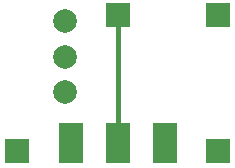
<source format=gbr>
%TF.GenerationSoftware,KiCad,Pcbnew,(6.0.8)*%
%TF.CreationDate,2023-03-29T22:56:26+03:00*%
%TF.ProjectId,ITR-2,4954522d-322e-46b6-9963-61645f706362,rev?*%
%TF.SameCoordinates,Original*%
%TF.FileFunction,Copper,L2,Bot*%
%TF.FilePolarity,Positive*%
%FSLAX46Y46*%
G04 Gerber Fmt 4.6, Leading zero omitted, Abs format (unit mm)*
G04 Created by KiCad (PCBNEW (6.0.8)) date 2023-03-29 22:56:26*
%MOMM*%
%LPD*%
G01*
G04 APERTURE LIST*
G04 Aperture macros list*
%AMOutline4P*
0 Free polygon, 4 corners , with rotation*
0 The origin of the aperture is its center*
0 number of corners: always 4*
0 $1 to $8 corner X, Y*
0 $9 Rotation angle, in degrees counterclockwise*
0 create outline with 4 corners*
4,1,4,$1,$2,$3,$4,$5,$6,$7,$8,$1,$2,$9*%
G04 Aperture macros list end*
%TA.AperFunction,ComponentPad*%
%ADD10R,2.000000X3.500000*%
%TD*%
%TA.AperFunction,ComponentPad*%
%ADD11C,2.000000*%
%TD*%
%TA.AperFunction,ComponentPad*%
%ADD12Outline4P,-1.000000X-1.000000X1.000000X-1.000000X1.000000X1.000000X-1.000000X1.000000X0.000000*%
%TD*%
%TA.AperFunction,Conductor*%
%ADD13C,0.400000*%
%TD*%
G04 APERTURE END LIST*
D10*
%TO.P,R1,1*%
%TO.N,Net-(R2-Pad1)*%
X106000000Y-112325000D03*
%TO.P,R1,2*%
%TO.N,Net-(X3-Pad1)*%
X110000000Y-112325000D03*
%TO.P,R1,3*%
%TO.N,GND*%
X114000000Y-112325000D03*
%TD*%
D11*
%TO.P,SB1,1*%
%TO.N,Net-(R2-Pad1)*%
X105500000Y-108000000D03*
%TO.P,SB1,2*%
%TO.N,/9V-IN*%
X105500000Y-105000000D03*
%TO.P,SB1,3*%
%TO.N,unconnected-(SB1-Pad3)*%
X105500000Y-102000000D03*
%TD*%
D12*
%TO.P,X4,1,1*%
%TO.N,GND*%
X118500000Y-101500000D03*
%TD*%
%TO.P,X3,1,1*%
%TO.N,Net-(X3-Pad1)*%
X110000000Y-101500000D03*
%TD*%
%TO.P,X2,1,1*%
%TO.N,GND*%
X118500000Y-113000000D03*
%TD*%
%TO.P,X1,1,1*%
%TO.N,/9V-IN*%
X101500000Y-113000000D03*
%TD*%
D13*
%TO.N,Net-(X3-Pad1)*%
X110000000Y-113125000D02*
X110000000Y-101500000D01*
%TD*%
M02*

</source>
